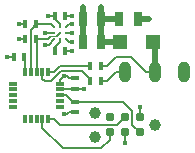
<source format=gbl>
G04*
G04 #@! TF.GenerationSoftware,Altium Limited,Altium Designer,25.8.1 (18)*
G04*
G04 Layer_Physical_Order=4*
G04 Layer_Color=16711680*
%FSLAX44Y44*%
%MOMM*%
G71*
G04*
G04 #@! TF.SameCoordinates,116CCF62-5798-44C4-8A89-1D291C0AF353*
G04*
G04*
G04 #@! TF.FilePolarity,Positive*
G04*
G01*
G75*
%ADD17C,0.9906*%
%ADD18O,1.0000X1.8000*%
%ADD19C,0.4000*%
%ADD24C,0.2500*%
%ADD25R,0.4000X0.7000*%
%ADD26C,0.7874*%
%ADD27R,1.2000X1.2000*%
%ADD28R,0.8000X1.3000*%
%ADD29R,0.7300X0.3000*%
%ADD30R,0.3000X0.7300*%
%ADD31R,0.7000X0.4000*%
%ADD32C,0.1500*%
%ADD33C,0.5000*%
%ADD34C,0.0500*%
D17*
X360000Y105000D02*
D03*
X309200Y115160D02*
D03*
Y94840D02*
D03*
D18*
X385000Y150000D02*
D03*
X360000D02*
D03*
X335000D02*
D03*
D19*
X299000Y205000D02*
D03*
X270000Y197500D02*
D03*
X245000Y190000D02*
D03*
Y177500D02*
D03*
X267500Y172500D02*
D03*
Y182500D02*
D03*
X290000Y167500D02*
D03*
Y182500D02*
D03*
Y175000D02*
D03*
Y190000D02*
D03*
X290000Y197500D02*
D03*
X300000Y135500D02*
D03*
X283000Y114000D02*
D03*
Y146000D02*
D03*
X334600Y90000D02*
D03*
X347300Y120000D02*
D03*
X235000Y162500D02*
D03*
X315000Y205000D02*
D03*
X355000Y195000D02*
D03*
D24*
X280000Y182500D02*
D03*
X285000D02*
D03*
Y187500D02*
D03*
X280000D02*
D03*
X275000D02*
D03*
Y182500D02*
D03*
Y177500D02*
D03*
X280000D02*
D03*
X285000D02*
D03*
D25*
X250500Y190000D02*
D03*
X259500D02*
D03*
X250500Y177500D02*
D03*
X259500D02*
D03*
X240500Y162500D02*
D03*
X249500D02*
D03*
X314500Y155000D02*
D03*
X305500D02*
D03*
X284500Y197500D02*
D03*
X275500D02*
D03*
X284500Y167500D02*
D03*
X275500D02*
D03*
X314500Y142500D02*
D03*
X305500D02*
D03*
D26*
X347300Y98650D02*
D03*
Y111350D02*
D03*
X334600Y98650D02*
D03*
Y111350D02*
D03*
X321900Y98650D02*
D03*
Y111350D02*
D03*
D27*
X359000Y175000D02*
D03*
X331000D02*
D03*
D28*
X346000Y195000D02*
D03*
X330000D02*
D03*
X299000D02*
D03*
X315000D02*
D03*
X299000Y175000D02*
D03*
X315000D02*
D03*
D29*
X279650Y120000D02*
D03*
Y125000D02*
D03*
Y130000D02*
D03*
Y135000D02*
D03*
Y140000D02*
D03*
X240350D02*
D03*
Y135000D02*
D03*
Y130000D02*
D03*
Y125000D02*
D03*
Y120000D02*
D03*
D30*
X270000Y149650D02*
D03*
X265000D02*
D03*
X260000D02*
D03*
X255000D02*
D03*
X250000D02*
D03*
Y110350D02*
D03*
X255000D02*
D03*
X260000D02*
D03*
X265000D02*
D03*
X270000D02*
D03*
D31*
X292500Y144500D02*
D03*
Y135500D02*
D03*
Y124500D02*
D03*
Y115500D02*
D03*
D32*
X255000Y149650D02*
X255000Y149650D01*
X255000Y149650D02*
Y185500D01*
X250000Y149650D02*
Y162000D01*
X292500Y124500D02*
X333000D01*
X341000Y116500D01*
X265000Y102500D02*
X282500Y85000D01*
X315000D01*
X275000Y110000D02*
X280000Y105000D01*
X328250D01*
X279650Y142650D02*
X283000Y146000D01*
X279650Y140000D02*
Y142650D01*
X255000Y185500D02*
X259500Y190000D01*
Y177500D02*
X260000Y177000D01*
Y149650D02*
Y177000D01*
X270000Y197500D02*
X270000Y197500D01*
X275500D01*
X270000Y177500D02*
X272500Y180000D01*
X259500Y177500D02*
X270000D01*
X259500Y190000D02*
X272500D01*
X245000Y177500D02*
X250500D01*
X245000Y190000D02*
X250500D01*
X267500Y172500D02*
X267978Y172978D01*
X270478D01*
X275000Y177500D01*
X267500Y182500D02*
X275000D01*
X272500Y190000D02*
X275000Y187500D01*
X284500Y167500D02*
X290000D01*
X275500D02*
Y170500D01*
X280000Y175000D01*
Y177500D01*
X285000Y182500D02*
X290000D01*
X290000Y197500D02*
X290000Y197500D01*
X284500Y197500D02*
X290000D01*
X275500Y194500D02*
Y197500D01*
Y194500D02*
X280000Y190000D01*
Y187500D02*
Y190000D01*
X287500Y190000D02*
X290000D01*
X285000Y187500D02*
X287500Y190000D01*
Y175000D02*
X290000D01*
X285000Y177500D02*
X287500Y175000D01*
X277500Y180000D02*
X277500D01*
X280000Y182500D01*
X283000Y146000D02*
X286000D01*
X287500Y144500D01*
X292500D01*
X283000Y114000D02*
X286000D01*
X287500Y115500D01*
X292500D01*
Y135500D02*
X300000D01*
X340000Y162500D02*
X352500Y150000D01*
X360000D01*
X327500Y162500D02*
X340000D01*
X341000Y104950D02*
Y116500D01*
X265000Y102500D02*
Y110350D01*
X347300Y111350D02*
Y120000D01*
X334600Y90000D02*
Y98650D01*
X341000Y104950D02*
X347300Y98650D01*
X315000Y85000D02*
X321900Y91900D01*
Y98650D01*
X270000Y110350D02*
X270350Y110000D01*
X275000D01*
X328250Y105000D02*
X334600Y111350D01*
X235000Y162500D02*
X240500D01*
X290500Y124500D02*
X292500D01*
X285000Y130000D02*
X290500Y124500D01*
X279650Y130000D02*
X285000D01*
X279650Y135000D02*
X292000D01*
X320000Y155000D02*
X327500Y162500D01*
X281000Y151000D02*
X298500D01*
X305500Y144000D01*
X272000Y142000D02*
X281000Y151000D01*
X265000Y144000D02*
Y149650D01*
Y144000D02*
X267000Y142000D01*
X272000D01*
X280000Y155000D02*
X305500D01*
X274650Y149650D02*
X280000Y155000D01*
X270000Y149650D02*
X274650D01*
X314500Y155000D02*
X320000D01*
X314500Y142500D02*
X320000D01*
X327500Y150000D02*
X335000D01*
X320000Y142500D02*
X327500Y150000D01*
D33*
X346000Y195000D02*
X355000D01*
X315000D02*
Y205000D01*
X299000Y195000D02*
Y205000D01*
Y175000D02*
Y195000D01*
X315000D02*
X330000D01*
X315000Y175000D02*
Y195000D01*
Y175000D02*
X331000D01*
X360000Y150000D02*
Y174000D01*
D34*
X272500Y180000D02*
X277500D01*
M02*

</source>
